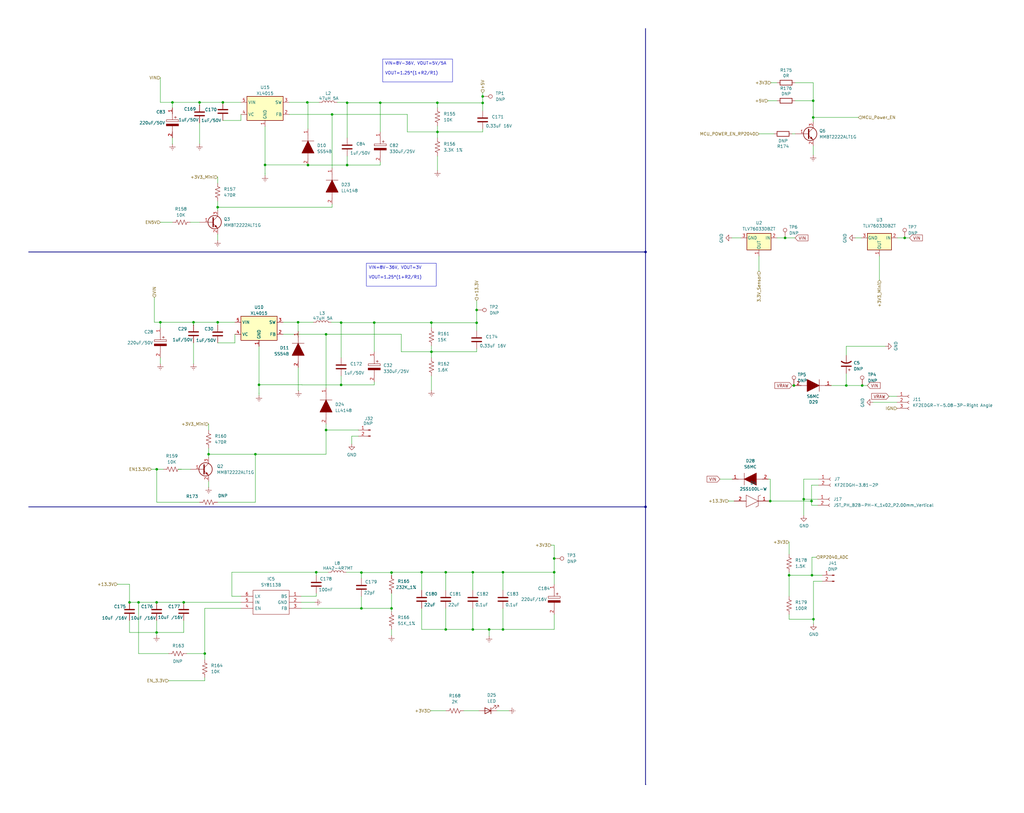
<source format=kicad_sch>
(kicad_sch (version 20231120) (generator "eeschema") (generator_version "7.99")
  (paper "User" 431.8 342.9)
  (junction (at 77.47 254))
  (junction (at 87.9567 191.5238))
  (junction (at 381.4882 100.33))
  (junction (at 109.22 162.2591))
  (junction (at 66.04 266.7))
  (junction (at 81.6019 135.89))
  (junction (at 334.7742 162.56))
  (junction (at 133.35 241.3))
  (junction (at 66.04 254))
  (junction (at 200.9867 136.109))
  (junction (at 212.09 265.43))
  (junction (at 84.1419 43.18))
  (junction (at 160.3467 43.3232))
  (junction (at 181.9367 148.3438))
  (junction (at 129.5952 43.18))
  (junction (at 272.2111 106.2507))
  (junction (at 91.7921 135.89))
  (junction (at 342.9 49.53))
  (junction (at 137.4867 181.3307))
  (junction (at 342.3899 242.57))
  (junction (at 72.7125 43.18))
  (junction (at 184.4767 55.6338))
  (junction (at 212.09 241.3))
  (junction (at 332.74 242.57))
  (junction (at 342.9 42.4864))
  (junction (at 203.5267 40.6677))
  (junction (at 137.4867 140.97))
  (junction (at 338.9171 210.488))
  (junction (at 111.76 69.5491))
  (junction (at 107.7044 191.5238))
  (junction (at 165.1 241.4213))
  (junction (at 356.87 162.56))
  (junction (at 152.4 241.4213))
  (junction (at 342.2074 211.2877))
  (junction (at 129.8667 69.6038))
  (junction (at 324.7848 211.2877))
  (junction (at 206.248 265.43))
  (junction (at 177.8 241.3))
  (junction (at 200.9867 130.7165))
  (junction (at 233.68 241.3))
  (junction (at 343.0251 261.0961))
  (junction (at 143.8367 162.3138))
  (junction (at 187.96 265.43))
  (junction (at 66.0848 197.8738))
  (junction (at 91.7667 87.3838))
  (junction (at 152.4 256.54))
  (junction (at 146.3767 43.3232))
  (junction (at 140.0267 48.26))
  (junction (at 199.39 241.3))
  (junction (at 67.6367 135.89))
  (junction (at 54.61 254))
  (junction (at 363.5706 162.56))
  (junction (at 157.8067 136.0332))
  (junction (at 331.0527 100.33))
  (junction (at 181.8942 136.0332))
  (junction (at 143.8367 136.0332))
  (junction (at 93.98 43.18))
  (junction (at 86.36 275.59))
  (junction (at 58.42 254))
  (junction (at 272.2111 213.7291))
  (junction (at 125.6954 135.89))
  (junction (at 203.5267 43.399))
  (junction (at 165.1 256.54))
  (junction (at 187.96 241.3))
  (junction (at 146.3767 69.6038))
  (junction (at 184.4342 43.3232))
  (junction (at 233.68 235.5096))
  (junction (at 199.39 265.43))
  (wire (pts (xy 81.6019 135.89) (xy 91.7921 135.89)))
  (wire (pts (xy 86.36 275.59) (xy 86.36 278.13)))
  (wire (pts (xy 140.0267 87.3838) (xy 140.0267 86.1138)))
  (wire (pts (xy 91.7667 88.6167) (xy 91.7825 88.6167)))
  (wire (pts (xy 177.8 241.3) (xy 165.1 241.3)))
  (wire (pts (xy 129.8667 54.3638) (xy 129.8667 43.18)))
  (wire (pts (xy 181.61 299.72) (xy 187.96 299.72)))
  (wire (pts (xy 137.4867 178.8238) (xy 137.4867 181.3307)))
  (wire (pts (xy 97.79 251.46) (xy 97.79 241.3)))
  (wire (pts (xy 143.8367 158.5038) (xy 143.8367 162.3138)))
  (wire (pts (xy 335.28 34.8664) (xy 342.9 34.8664)))
  (wire (pts (xy 133.35 241.3) (xy 133.35 242.57)))
  (wire (pts (xy 58.42 254) (xy 66.04 254)))
  (wire (pts (xy 111.76 69.5491) (xy 111.76 73.1676)))
  (wire (pts (xy 169.2367 148.3438) (xy 181.9367 148.3438)))
  (wire (pts (xy 203.5267 40.6677) (xy 203.5267 43.399)))
  (wire (pts (xy 203.5267 43.399) (xy 203.5267 46.7438)))
  (wire (pts (xy 157.8067 162.3138) (xy 143.8367 162.3138)))
  (wire (pts (xy 165.1 241.3) (xy 165.1 241.4213)))
  (wire (pts (xy 81.6019 137.16) (xy 81.6067 137.16)))
  (wire (pts (xy 342.2074 211.2877) (xy 342.2074 213.028)))
  (wire (pts (xy 54.61 266.7) (xy 66.04 266.7)))
  (wire (pts (xy 308.61 100.33) (xy 312.42 100.33)))
  (wire (pts (xy 350.52 162.56) (xy 356.87 162.56)))
  (wire (pts (xy 80.3367 93.6967) (xy 80.3367 93.7338)))
  (wire (pts (xy 360.68 100.33) (xy 363.22 100.33)))
  (wire (pts (xy 109.22 162.2591) (xy 109.22 165.8776)))
  (wire (pts (xy 91.7667 101.3538) (xy 91.7667 98.7767)))
  (wire (pts (xy 334.7742 162.56) (xy 335.28 162.56)))
  (wire (pts (xy 342.3899 234.95) (xy 342.3899 242.57)))
  (wire (pts (xy 137.4867 181.3307) (xy 151.13 181.3307)))
  (wire (pts (xy 111.76 53.34) (xy 111.76 69.5491)))
  (wire (pts (xy 199.39 256.54) (xy 199.39 265.43)))
  (wire (pts (xy 199.39 265.43) (xy 206.248 265.43)))
  (wire (pts (xy 374.8444 167.1302) (xy 378.2432 167.1302)))
  (wire (pts (xy 342.9 34.8664) (xy 342.9 42.4864)))
  (wire (pts (xy 87.9542 191.5238) (xy 87.9542 192.835)))
  (wire (pts (xy 307.2583 211.252) (xy 307.2583 211.2877)))
  (wire (pts (xy 75.2542 197.915) (xy 75.2542 197.8738)))
  (wire (pts (xy 344.8175 213.028) (xy 342.2074 213.028)))
  (wire (pts (xy 195.58 299.72) (xy 201.93 299.72)))
  (wire (pts (xy 66.04 267.97) (xy 66.04 266.7)))
  (wire (pts (xy 143.51 136.0332) (xy 143.8367 136.0332)))
  (wire (pts (xy 143.8367 136.0332) (xy 157.8067 136.0332)))
  (wire (pts (xy 160.3467 55.6338) (xy 160.3467 43.3232)))
  (wire (pts (xy 91.7667 98.7767) (xy 91.7825 98.7767)))
  (wire (pts (xy 206.248 265.43) (xy 206.248 268.224)))
  (wire (pts (xy 84.1419 43.18) (xy 93.98 43.18)))
  (wire (pts (xy 199.39 241.3) (xy 187.96 241.3)))
  (wire (pts (xy 165.1 257.81) (xy 165.1 256.54)))
  (wire (pts (xy 233.68 259.08) (xy 233.68 265.43)))
  (wire (pts (xy 132.0501 135.89) (xy 132.0501 135.8854)))
  (wire (pts (xy 121.92 43.18) (xy 129.5952 43.18)))
  (bus (pts (xy 12.0996 213.7291) (xy 272.2111 213.7291)))
  (wire (pts (xy 87.9567 178.8238) (xy 87.9567 181.3638)))
  (wire (pts (xy 66.04 254) (xy 77.47 254)))
  (wire (pts (xy 157.8067 161.0438) (xy 157.8067 162.3138)))
  (wire (pts (xy 209.55 299.72) (xy 214.63 299.72)))
  (wire (pts (xy 67.6367 138.1838) (xy 67.6367 135.89)))
  (wire (pts (xy 87.9567 191.5238) (xy 107.7044 191.5238)))
  (wire (pts (xy 365.76 162.56) (xy 363.5706 162.56)))
  (wire (pts (xy 140.0267 48.26) (xy 140.0267 70.8738)))
  (wire (pts (xy 67.6367 135.89) (xy 81.6019 135.89)))
  (bus (pts (xy 12.0738 106.2507) (xy 272.2111 106.2507)))
  (wire (pts (xy 137.4867 181.3307) (xy 137.4867 191.5238)))
  (wire (pts (xy 54.61 261.62) (xy 54.61 266.7)))
  (wire (pts (xy 332.74 228.6) (xy 332.74 233.68)))
  (wire (pts (xy 91.7667 74.6838) (xy 91.7667 77.2238)))
  (wire (pts (xy 101.6 251.46) (xy 97.79 251.46)))
  (wire (pts (xy 109.22 146.05) (xy 109.22 162.2591)))
  (wire (pts (xy 101.6 256.54) (xy 86.36 256.54)))
  (wire (pts (xy 133.35 241.3) (xy 138.43 241.3)))
  (wire (pts (xy 67.6367 93.7338) (xy 72.7167 93.7338)))
  (wire (pts (xy 181.9367 148.3438) (xy 181.9367 150.8838)))
  (wire (pts (xy 137.4867 140.97) (xy 169.2367 140.97)))
  (wire (pts (xy 177.8 241.3) (xy 177.8 248.92)))
  (wire (pts (xy 187.96 241.3) (xy 177.8 241.3)))
  (wire (pts (xy 332.74 261.0961) (xy 343.0251 261.0961)))
  (wire (pts (xy 157.8067 148.3438) (xy 157.8067 136.0332)))
  (wire (pts (xy 323.85 42.4864) (xy 327.66 42.4864)))
  (wire (pts (xy 65.0967 125.4838) (xy 65.0967 135.89)))
  (wire (pts (xy 212.09 256.54) (xy 212.09 265.43)))
  (wire (pts (xy 86.36 287.02) (xy 86.36 285.75)))
  (wire (pts (xy 171.7767 55.6338) (xy 184.4767 55.6338)))
  (wire (pts (xy 212.09 241.3) (xy 212.09 248.92)))
  (wire (pts (xy 78.74 275.59) (xy 86.36 275.59)))
  (wire (pts (xy 165.1 250.19) (xy 165.1 256.54)))
  (wire (pts (xy 342.9 49.53) (xy 342.9 51.3764)))
  (wire (pts (xy 129.8667 69.5491) (xy 129.8667 69.6038)))
  (wire (pts (xy 146.05 43.3232) (xy 146.3767 43.3232)))
  (wire (pts (xy 67.6367 150.8838) (xy 67.6367 153.4238)))
  (wire (pts (xy 338.9171 202.0277) (xy 338.9171 210.488)))
  (wire (pts (xy 93.98 50.8) (xy 101.6 50.8)))
  (wire (pts (xy 148.336 183.896) (xy 148.336 187.198)))
  (wire (pts (xy 151.13 183.896) (xy 148.336 183.896)))
  (wire (pts (xy 184.4767 55.6338) (xy 184.4767 58.1738)))
  (wire (pts (xy 200.9867 136.109) (xy 200.9867 139.4538)))
  (wire (pts (xy 184.4342 43.3232) (xy 184.4767 43.3232)))
  (wire (pts (xy 87.9542 205.4938) (xy 87.9567 205.4938)))
  (wire (pts (xy 212.09 241.3) (xy 199.39 241.3)))
  (wire (pts (xy 72.7125 58.1395) (xy 72.7125 60.7138)))
  (wire (pts (xy 342.2074 204.5677) (xy 342.2074 211.2877)))
  (wire (pts (xy 335.28 100.33) (xy 331.0527 100.33)))
  (bus (pts (xy 272.2111 106.2507) (xy 272.2111 213.7291)))
  (wire (pts (xy 184.4767 53.0938) (xy 184.4767 55.6338)))
  (wire (pts (xy 81.6067 137.16) (xy 81.6067 136.9138)))
  (wire (pts (xy 181.9367 148.3438) (xy 200.9867 148.3438)))
  (wire (pts (xy 334.01 162.56) (xy 334.7742 162.56)))
  (wire (pts (xy 87.9567 188.9838) (xy 87.9567 191.5238)))
  (wire (pts (xy 146.3767 65.7938) (xy 146.3767 69.6038)))
  (wire (pts (xy 129.8667 43.18) (xy 129.5952 43.18)))
  (wire (pts (xy 63.8267 197.8738) (xy 66.0848 197.8738)))
  (wire (pts (xy 109.22 162.2591) (xy 127.3267 162.2591)))
  (wire (pts (xy 233.68 229.87) (xy 233.68 235.5096)))
  (wire (pts (xy 344.8175 210.488) (xy 338.9171 210.488)))
  (wire (pts (xy 146.3767 43.3232) (xy 160.3467 43.3232)))
  (wire (pts (xy 54.61 254) (xy 58.42 254)))
  (wire (pts (xy 324.7848 202.0372) (xy 324.7848 211.2877)))
  (wire (pts (xy 65.0967 135.89) (xy 67.6367 135.89)))
  (wire (pts (xy 343.0251 261.0961) (xy 343.0251 263.0985)))
  (wire (pts (xy 342.9 42.4864) (xy 335.28 42.4864)))
  (wire (pts (xy 338.9171 210.488) (xy 338.9171 217.3282)))
  (wire (pts (xy 101.6 50.8) (xy 101.6 48.26)))
  (wire (pts (xy 77.47 254) (xy 101.6 254)))
  (wire (pts (xy 181.9367 138.1838) (xy 181.9367 136.0332)))
  (wire (pts (xy 152.4 241.3) (xy 152.4 241.4213)))
  (wire (pts (xy 325.12 34.8664) (xy 327.66 34.8664)))
  (wire (pts (xy 49.53 246.38) (xy 54.61 246.38)))
  (wire (pts (xy 181.9367 145.8038) (xy 181.9367 148.3438)))
  (wire (pts (xy 111.76 69.5491) (xy 129.8667 69.5491)))
  (wire (pts (xy 160.3467 43.3232) (xy 184.4342 43.3232)))
  (wire (pts (xy 125.73 154.94) (xy 125.73 164.7013)))
  (wire (pts (xy 233.68 246.38) (xy 233.68 241.3)))
  (wire (pts (xy 199.39 241.3) (xy 199.39 248.92)))
  (wire (pts (xy 200.9867 126.7538) (xy 200.9867 130.7165)))
  (wire (pts (xy 200.9867 136.109) (xy 181.8942 136.109)))
  (wire (pts (xy 84.1419 44.45) (xy 84.1419 43.18)))
  (bus (pts (xy 272.2111 213.7291) (xy 272.2111 330.8199)))
  (wire (pts (xy 374.8444 167.1555) (xy 374.8444 167.1302)))
  (wire (pts (xy 233.68 235.5096) (xy 233.68 241.3)))
  (wire (pts (xy 66.04 261.62) (xy 66.04 266.7)))
  (wire (pts (xy 233.68 241.3) (xy 212.09 241.3)))
  (wire (pts (xy 184.4767 55.6338) (xy 203.5267 55.6338)))
  (wire (pts (xy 119.38 140.97) (xy 137.4867 140.97)))
  (wire (pts (xy 203.5267 55.6338) (xy 203.5267 54.3638)))
  (wire (pts (xy 187.96 241.3) (xy 187.96 248.92)))
  (wire (pts (xy 107.7044 211.7633) (xy 107.7044 191.5238)))
  (wire (pts (xy 332.74 242.57) (xy 332.74 251.46)))
  (wire (pts (xy 127.3267 162.3138) (xy 143.8367 162.3138)))
  (wire (pts (xy 91.7667 87.3838) (xy 140.0267 87.3838)))
  (wire (pts (xy 84.1625 93.6967) (xy 80.3367 93.6967)))
  (wire (pts (xy 320.04 114.3) (xy 320.04 107.95)))
  (wire (pts (xy 307.2583 211.2877) (xy 309.5448 211.2877)))
  (wire (pts (xy 346.71 242.57) (xy 342.3899 242.57)))
  (wire (pts (xy 152.4 251.46) (xy 152.4 256.54)))
  (wire (pts (xy 75.2542 197.8738) (xy 76.5267 197.8738)))
  (wire (pts (xy 84.1467 44.45) (xy 84.1467 44.2038)))
  (wire (pts (xy 91.7921 144.6065) (xy 99.06 144.6065)))
  (wire (pts (xy 86.36 256.54) (xy 86.36 275.59)))
  (wire (pts (xy 370.84 118.11) (xy 370.84 107.95)))
  (wire (pts (xy 160.3467 68.3338) (xy 160.3467 69.6038)))
  (wire (pts (xy 67.6367 32.7738) (xy 67.6367 43.18)))
  (wire (pts (xy 125.6954 135.89) (xy 132.0501 135.89)))
  (wire (pts (xy 81.6067 144.5338) (xy 81.6067 153.4238)))
  (wire (pts (xy 91.7921 135.89) (xy 99.06 135.89)))
  (wire (pts (xy 151.13 181.3307) (xy 151.13 181.356)))
  (wire (pts (xy 184.4342 43.399) (xy 184.4342 43.3232)))
  (wire (pts (xy 346.71 245.11) (xy 343.0251 245.11)))
  (wire (pts (xy 345.1775 202.0277) (xy 338.9171 202.0277)))
  (wire (pts (xy 146.05 43.1754) (xy 146.05 43.3232)))
  (wire (pts (xy 66.0848 197.8738) (xy 68.9067 197.8738)))
  (wire (pts (xy 87.9542 202.995) (xy 87.9542 205.4938)))
  (wire (pts (xy 233.68 265.43) (xy 212.09 265.43)))
  (wire (pts (xy 71.12 287.02) (xy 86.36 287.02)))
  (wire (pts (xy 125.6954 139.7) (xy 125.73 139.7)))
  (wire (pts (xy 165.1 256.54) (xy 152.4 256.54)))
  (wire (pts (xy 160.3467 69.6038) (xy 146.3767 69.6038)))
  (wire (pts (xy 91.7921 135.89) (xy 91.7921 136.9865)))
  (wire (pts (xy 308.7739 202.0277) (xy 303.5765 202.0277)))
  (wire (pts (xy 109.2247 165.8776) (xy 109.2247 166.707)))
  (wire (pts (xy 187.96 265.43) (xy 199.39 265.43)))
  (wire (pts (xy 72.7125 45.4395) (xy 72.7125 43.18)))
  (wire (pts (xy 143.51 135.8854) (xy 139.6701 135.8854)))
  (wire (pts (xy 133.35 250.19) (xy 133.35 251.46)))
  (wire (pts (xy 343.0251 245.11) (xy 343.0251 261.0961)))
  (wire (pts (xy 66.0848 211.7633) (xy 66.0848 197.8738)))
  (wire (pts (xy 342.2074 204.5677) (xy 345.1775 204.5677)))
  (wire (pts (xy 332.74 259.08) (xy 332.74 261.0961)))
  (wire (pts (xy 203.5267 39.1238) (xy 203.5267 40.6677)))
  (wire (pts (xy 66.04 266.7) (xy 77.47 266.7)))
  (wire (pts (xy 87.9542 191.5238) (xy 87.9567 191.5238)))
  (wire (pts (xy 181.8942 136.109) (xy 181.8942 136.0332)))
  (wire (pts (xy 58.42 275.59) (xy 58.42 254)))
  (wire (pts (xy 129.5952 43.18) (xy 129.5952 43.1754)))
  (wire (pts (xy 54.61 246.38) (xy 54.61 254)))
  (wire (pts (xy 232.41 229.87) (xy 233.68 229.87)))
  (wire (pts (xy 165.1 242.57) (xy 165.1 241.4213)))
  (wire (pts (xy 125.73 164.7013) (xy 125.8771 164.7013)))
  (wire (pts (xy 146.05 43.1754) (xy 142.2101 43.1754)))
  (wire (pts (xy 84.1515 211.7633) (xy 66.0848 211.7633)))
  (wire (pts (xy 140.0267 48.26) (xy 171.7767 48.26)))
  (bus (pts (xy 272.2111 330.8199) (xy 272.3431 330.8199)))
  (wire (pts (xy 121.92 48.26) (xy 140.0267 48.26)))
  (wire (pts (xy 332.74 241.3) (xy 332.74 242.57)))
  (wire (pts (xy 165.1 241.4213) (xy 152.4 241.4213)))
  (wire (pts (xy 334.01 56.4564) (xy 335.28 56.4564)))
  (wire (pts (xy 383.54 100.33) (xy 381.4882 100.33)))
  (wire (pts (xy 184.4767 45.4738) (xy 184.4767 43.3232)))
  (wire (pts (xy 111.7647 73.1676) (xy 111.7647 73.997)))
  (wire (pts (xy 152.4 256.54) (xy 127 256.54)))
  (wire (pts (xy 129.5952 43.1754) (xy 134.5901 43.1754)))
  (wire (pts (xy 157.8067 136.0332) (xy 181.8942 136.0332)))
  (wire (pts (xy 356.87 146.05) (xy 356.87 149.86)))
  (wire (pts (xy 77.47 261.62) (xy 77.47 266.7)))
  (wire (pts (xy 137.4867 140.97) (xy 137.4867 163.5838)))
  (wire (pts (xy 206.248 265.43) (xy 212.09 265.43)))
  (wire (pts (xy 72.7125 60.7138) (xy 72.7167 60.7138)))
  (wire (pts (xy 308.7739 202.0372) (xy 308.7739 202.0277)))
  (wire (pts (xy 72.7125 43.18) (xy 84.1419 43.18)))
  (wire (pts (xy 177.8 256.54) (xy 177.8 265.43)))
  (wire (pts (xy 143.8367 136.0332) (xy 143.8367 150.8838)))
  (wire (pts (xy 200.9867 148.3438) (xy 200.9867 147.0738)))
  (wire (pts (xy 368.128 169.6702) (xy 378.2432 169.6702)))
  (wire (pts (xy 344.17 234.95) (xy 342.3899 234.95)))
  (wire (pts (xy 99.06 144.6065) (xy 99.06 140.97)))
  (wire (pts (xy 146.3767 43.3232) (xy 146.3767 58.1738)))
  (wire (pts (xy 342.3899 242.57) (xy 332.74 242.57)))
  (wire (pts (xy 177.8 265.43) (xy 187.96 265.43)))
  (wire (pts (xy 129.8667 69.6038) (xy 146.3767 69.6038)))
  (wire (pts (xy 127.3267 162.2591) (xy 127.3267 162.3138)))
  (wire (pts (xy 381.4882 100.33) (xy 378.46 100.33)))
  (wire (pts (xy 109.22 165.8776) (xy 109.2247 165.8776)))
  (wire (pts (xy 331.0527 100.33) (xy 327.66 100.33)))
  (wire (pts (xy 184.4767 65.7938) (xy 184.4767 71.8898)))
  (wire (pts (xy 84.1419 44.45) (xy 84.1467 44.45)))
  (wire (pts (xy 67.6367 43.18) (xy 72.7125 43.18)))
  (wire (pts (xy 342.9 49.53) (xy 361.95 49.53)))
  (wire (pts (xy 320.04 56.4564) (xy 326.39 56.4564)))
  (wire (pts (xy 187.96 256.54) (xy 187.96 265.43)))
  (wire (pts (xy 71.12 275.59) (xy 58.42 275.59)))
  (wire (pts (xy 91.7667 87.3838) (xy 91.7667 88.6167)))
  (wire (pts (xy 200.9867 130.7165) (xy 200.9867 136.109)))
  (wire (pts (xy 169.2367 140.97) (xy 169.2367 148.3438)))
  (wire (pts (xy 203.5267 43.399) (xy 184.4342 43.399)))
  (wire (pts (xy 75.2542 197.915) (xy 80.3342 197.915)))
  (wire (pts (xy 91.7667 84.8438) (xy 91.7667 87.3838)))
  (wire (pts (xy 181.9367 158.5038) (xy 181.9367 164.5998)))
  (wire (pts (xy 81.6019 137.16) (xy 81.6019 135.89)))
  (wire (pts (xy 324.7848 211.2877) (xy 342.2074 211.2877)))
  (wire (pts (xy 342.9 42.4864) (xy 342.9 49.53)))
  (wire (pts (xy 171.7767 48.26) (xy 171.7767 55.6338)))
  (wire (pts (xy 133.35 251.46) (xy 127 251.46)))
  (wire (pts (xy 342.9 61.5364) (xy 342.9 65.3464)))
  (wire (pts (xy 146.05 241.3) (xy 152.4 241.3)))
  (wire (pts (xy 84.1467 51.8238) (xy 84.1467 60.7138)))
  (wire (pts (xy 356.87 162.56) (xy 363.5706 162.56)))
  (wire (pts (xy 107.7044 191.5238) (xy 137.4867 191.5238)))
  (wire (pts (xy 373.38 146.05) (xy 356.87 146.05)))
  (wire (pts (xy 165.1 265.43) (xy 165.1 267.97)))
  (wire (pts (xy 119.38 135.89) (xy 125.6954 135.89)))
  (wire (pts (xy 127 254) (xy 132.8116 254)))
  (wire (pts (xy 356.87 157.48) (xy 356.87 162.56)))
  (wire (pts (xy 181.8942 136.0332) (xy 181.9367 136.0332)))
  (wire (pts (xy 143.51 135.8854) (xy 143.51 136.0332)))
  (wire (pts (xy 93.98 43.18) (xy 101.6 43.18)))
  (wire (pts (xy 324.0139 202.0372) (xy 324.7848 202.0372)))
  (bus (pts (xy 272.2111 12.0238) (xy 272.2111 106.2507)))
  (wire (pts (xy 152.4 241.4213) (xy 152.4 243.84)))
  (wire (pts (xy 111.76 73.1676) (xy 111.7647 73.1676)))
  (wire (pts (xy 97.79 241.3) (xy 133.35 241.3)))
  (wire (pts (xy 91.7715 211.7633) (xy 107.7044 211.7633)))
  (wire (pts (xy 125.6954 135.89) (xy 125.6954 139.7)))
  (text_box "VIN=8V-36V, VOUT=3V\n\nVOUT=1.25*(1+R2/R1)" (at 154.5047 111.0058 0) (size 29.464 9.652) (effects (font (size 1.27 1.27)) (justify left top)))
  (text_box "VIN=8V-36V, VOUT=5V/5A\n\nVOUT=1.25*(1+R2/R1)" (at 161.3627 24.8998 0) (size 29.464 9.652) (effects (font (size 1.27 1.27)) (justify left top)))
  (global_label "VIN" (shape input) (at 335.28 100.33 0) (property "Intersheetrefs" "${INTERSHEET_REFS}" (effects (hide yes))))
  (global_label "VRAW" (shape input) (at 374.8444 167.1555 180) (property "Intersheetrefs" "${INTERSHEET_REFS}" (effects (hide yes))))
  (global_label "VIN" (shape input) (at 303.5765 202.0277 180) (property "Intersheetrefs" "${INTERSHEET_REFS}" (effects (hide yes))))
  (global_label "VRAW" (shape input) (at 334.01 162.56 180) (property "Intersheetrefs" "${INTERSHEET_REFS}" (effects (hide yes))))
  (global_label "VIN" (shape input) (at 365.76 162.56 0) (property "Intersheetrefs" "${INTERSHEET_REFS}" (effects (hide yes))))
  (global_label "VIN" (shape input) (at 383.54 100.33 0) (property "Intersheetrefs" "${INTERSHEET_REFS}" (effects (hide yes))))
  (hierarchical_label "EN5V" (shape input) (at 67.6367 93.7338 180))
  (hierarchical_label "+3V3" (shape input) (at 325.12 34.8664 180))
  (hierarchical_label "RP2040_ADC" (shape input) (at 344.17 234.95 0))
  (hierarchical_label "+13.3V" (shape input) (at 49.53 246.38 180))
  (hierarchical_label "+5V" (shape input) (at 203.5267 39.1238 90))
  (hierarchical_label "+3V3_Mini" (shape input) (at 370.84 118.11 270))
  (hierarchical_label "VIN" (shape input) (at 65.0967 125.4838 90))
  (hierarchical_label "EN_3.3V" (shape input) (at 71.12 287.02 180))
  (hierarchical_label "EN13.3V" (shape input) (at 63.8267 197.8738 180))
  (hierarchical_label "MCU_Power_EN" (shape input) (at 361.95 49.53 0))
  (hierarchical_label "+3V3_Mini" (shape input) (at 91.7667 74.6838 180))
  (hierarchical_label "+3V3_Mini" (shape input) (at 87.9567 178.8238 180))
  (hierarchical_label "+3V3" (shape input) (at 332.74 228.6 180))
  (hierarchical_label "+13.3V" (shape input) (at 200.9867 126.7538 90))
  (hierarchical_label "VIN" (shape input) (at 67.6367 32.7738 180))
  (hierarchical_label "+3V3" (shape input) (at 181.61 299.72 180))
  (hierarchical_label "+3V3" (shape input) (at 232.41 229.87 180))
  (hierarchical_label "+5V" (shape input) (at 323.85 42.4864 180))
  (hierarchical_label "+13.3V" (shape input) (at 307.2583 211.252 180))
  (hierarchical_label "3.3V_Sensor" (shape input) (at 320.04 114.3 270))
  (hierarchical_label "IGN" (shape input) (at 378.2432 172.2102 180))
  (hierarchical_label "MCU_POWER_EN_RP2040" (shape input) (at 320.04 56.4564 180))
  (symbol (lib_id "Device:R_US") (at 181.9367 154.6938 0) (unit 1)
    (property "Reference" "R162" (at 184.4767 153.4237 0) (effects (justify left)))
    (property "Value" "1.6K" (at 184.4767 155.9637 0) (effects (justify left)))
    (property "Footprint" "Resistor_SMD:R_0603_1608Metric" (effects (hide yes)))
    (property "Description" "Resistor, US symbol" (effects (hide yes)))
  )
  (symbol (lib_id "power:GND") (at 308.61 100.33 270) (unit 1)
    (property "Reference" "#PWR0125" (effects (hide yes)))
    (property "Value" "GND" (at 304.2158 100.457 0))
  )
  (symbol (lib_id "Device:L") (at 135.8601 135.8854 90) (unit 1)
    (property "Reference" "L3" (at 135.8601 132.0754 90))
    (property "Value" "47uH 5A" (at 136.0742 134.1794 90))
    (property "Footprint" "CYA1050-47UH:L_Bourns_SRR1208_12.7x12.7mm" (effects (hide yes)))
  )
  (symbol (lib_id "SS54B:SS54B") (at 129.8667 54.3638 270) (unit 1)
    (property "Reference" "D10" (at 133.6767 61.3488 90) (effects (justify left)))
    (property "Value" "SS54B" (at 133.6767 63.8888 90) (effects (justify left)))
    (property "Datasheet" "https://datasheet.datasheetarchive.com/originals/distributors/Datasheets-3/DSA-43270.pdf" (effects (hide yes)))
    (property "Description" "HY Electronic Corp SS54B, SMT Rectifier Schottky Diode, 40V 5A, 2-Pin SMB" (effects (hide yes)))
    (property "Height" "2.44" (effects (hide yes)))
    (property "Manufacturer_Name" "HY Electronic" (effects (hide yes)))
    (property "Manufacturer_Part_Number" "SS54B" (effects (hide yes)))
  )
  (symbol (lib_id "Device:R_US") (at 181.9367 141.9938 0) (unit 1)
    (property "Reference" "R161" (at 184.4767 140.7237 0) (effects (justify left)))
    (property "Value" "15K" (at 184.4767 143.2637 0) (effects (justify left)))
    (property "Footprint" "Resistor_SMD:R_0603_1608Metric" (effects (hide yes)))
    (property "Description" "Resistor, US symbol" (effects (hide yes)))
  )
  (symbol (lib_id "Device:R_US") (at 72.7167 197.8738 90) (unit 1)
    (property "Reference" "R159" (at 72.4627 192.2858 90))
    (property "Value" "10K" (at 72.4627 194.8258 90))
    (property "Footprint" "Resistor_SMD:R_0603_1608Metric" (effects (hide yes)))
    (property "Description" "Resistor, US symbol" (effects (hide yes)))
  )
  (symbol (lib_id "Connector:TestPoint") (at 331.0527 100.33 0) (unit 1)
    (property "Reference" "TP6" (at 332.74 95.7579 0) (effects (justify left)))
    (property "Value" "DNP" (at 332.74 98.2979 0) (effects (justify left)))
    (property "Footprint" "Connector_Pin:Pin_D1.0mm_L10.0mm" (effects (hide yes)))
    (property "Description" "test point" (effects (hide yes)))
  )
  (symbol (lib_id "Device:C") (at 187.96 252.73 180) (unit 1)
    (property "Reference" "C181" (at 189.484 250.444 0) (effects (justify right)))
    (property "Value" "22uF" (at 188.976 255.016 0) (effects (justify right)))
    (property "Footprint" "Capacitor_SMD:C_0603_1608Metric" (effects (hide yes)))
  )
  (symbol (lib_id "power:GND") (at 360.68 100.33 270) (unit 1)
    (property "Reference" "#PWR0124" (effects (hide yes)))
    (property "Value" "GND" (at 356.2858 100.457 0))
  )
  (symbol (lib_id "power:GND") (at 343.0251 263.0985 0) (unit 1)
    (property "Reference" "#PWR0237" (effects (hide yes)))
    (property "Value" "GND" (at 343.1521 267.4927 0))
  )
  (symbol (lib_id "Device:C") (at 177.8 252.73 180) (unit 1)
    (property "Reference" "C180" (at 179.324 250.444 0) (effects (justify right)))
    (property "Value" "22uF" (at 178.816 255.016 0) (effects (justify right)))
    (property "Footprint" "Capacitor_SMD:C_0603_1608Metric" (effects (hide yes)))
  )
  (symbol (lib_id "Device:R_US") (at 191.77 299.72 90) (unit 1)
    (property "Reference" "R168" (at 191.77 293.37 90))
    (property "Value" "2K" (at 191.77 295.91 90))
    (property "Footprint" "Resistor_SMD:R_0603_1608Metric" (effects (hide yes)))
    (property "Description" "Resistor, US symbol" (effects (hide yes)))
  )
  (symbol (lib_id "Device:C") (at 152.4 247.65 180) (unit 1)
    (property "Reference" "C179" (at 153.924 245.364 0) (effects (justify right)))
    (property "Value" "22pF" (at 153.416 249.936 0) (effects (justify right)))
    (property "Footprint" "Capacitor_SMD:C_0603_1608Metric" (effects (hide yes)))
  )
  (symbol (lib_id "Device:C") (at 133.35 246.38 180) (unit 1)
    (property "Reference" "C178" (at 134.874 244.094 0) (effects (justify right)))
    (property "Value" "100nF" (at 134.366 248.666 0) (effects (justify right)))
    (property "Footprint" "Capacitor_SMD:C_0603_1608Metric" (effects (hide yes)))
  )
  (symbol (lib_id "Device:C") (at 54.61 257.81 180) (unit 1)
    (property "Reference" "C175" (at 48.006 255.778 0) (effects (justify right)))
    (property "Value" "10uF /16V" (at 42.926 260.604 0) (effects (justify right)))
    (property "Footprint" "Capacitor_SMD:C_0603_1608Metric" (effects (hide yes)))
  )
  (symbol (lib_id "power:Earth") (at 87.9567 205.4938 0) (unit 1)
    (property "Reference" "#PWR0193" (effects (hide yes)))
    (property "Value" "Earth" (effects (hide yes)))
    (property "Description" "Power symbol creates a global label with name \"Earth\"" (effects (hide yes)))
  )
  (symbol (lib_name "GND_1") (lib_id "power:GND") (at 148.336 187.198 0) (unit 1)
    (property "Reference" "#PWR0163" (effects (hide yes)))
    (property "Value" "GND" (at 148.336 191.77 0))
    (property "Description" "Power symbol creates a global label with name \"GND\" , ground" (effects (hide yes)))
  )
  (symbol (lib_id "Device:R") (at 331.47 42.4864 270) (unit 1)
    (property "Reference" "R176" (at 331.47 37.2286 90))
    (property "Value" "DNP" (at 331.47 39.54 90))
    (property "Footprint" "Resistor_SMD:R_0603_1608Metric" (effects (hide yes)))
    (instances (project "RP2040_minimal" (path "" (reference "R176") (unit 1))) (project "RP2040" (path "" (reference "R50") (unit 1))))
  )
  (symbol (lib_id "power:Earth") (at 81.6067 153.4238 0) (unit 1)
    (property "Reference" "#PWR0192" (effects (hide yes)))
    (property "Value" "Earth" (effects (hide yes)))
    (property "Description" "Power symbol creates a global label with name \"Earth\"" (effects (hide yes)))
  )
  (symbol (lib_id "Device:L") (at 142.24 241.3 90) (unit 1)
    (property "Reference" "L8" (at 142.24 237.49 90))
    (property "Value" "HA42-4R7MT" (at 142.4541 239.594 90))
    (property "Footprint" "Pro V3:Inductor_0402_4.7uH" (effects (hide yes)))
  )
  (symbol (lib_id "power:GND") (at 368.128 169.6702 270) (unit 1)
    (property "Reference" "#PWR0207" (effects (hide yes)))
    (property "Value" "GND" (at 363.7338 169.7972 0))
  )
  (symbol (lib_id "UWT1E331MNL1GS:UWT1E331MNL1GS") (at 160.3467 55.6338 270) (unit 1)
    (property "Reference" "C82" (at 164.1567 61.3488 90) (effects (justify left)))
    (property "Value" "330uF/25V" (at 164.1567 63.8888 90) (effects (justify left)))
    (property "Footprint" "Capacitor_SMD:C_Elec_8x10.2" (effects (hide yes)))
    (property "Datasheet" "https://datasheet.lcsc.com/lcsc/2211031700_KNSCHA-RVT330UF25V167RV0055_C5246574.pdf" (effects (hide yes)))
    (property "Description" "Nichicon Aluminium Electrolytic Capacitor 330uF 25V dc 8mm WT Series, Surface Mount Electrolytic, +/-20% 8 (Dia.) x 10mm" (effects (hide yes)))
    (property "Height" "10.5" (effects (hide yes)))
    (property "Manufacturer_Name" "Nichicon" (effects (hide yes)))
    (property "Manufacturer_Part_Number" "RVT330UF25V167RV0055 " (effects (hide yes)))
  )
  (symbol (lib_id "Device:R_US") (at 76.5267 93.7338 90) (unit 1)
    (property "Reference" "R158" (at 76.2727 88.1458 90))
    (property "Value" "10K" (at 76.2727 90.6858 90))
    (property "Footprint" "Resistor_SMD:R_0603_1608Metric" (effects (hide yes)))
    (property "Description" "Resistor, US symbol" (effects (hide yes)))
  )
  (symbol (lib_name "LM1117-3.3_1") (lib_id "Regulator_Linear:LM1117-3.3") (at 370.84 100.33 0) (unit 1)
    (property "Reference" "U3" (at 370.84 92.71 0))
    (property "Value" "TLV76033DBZT" (at 370.84 95.25 0))
    (property "Footprint" "Package_TO_SOT_SMD:SOT-23" (effects (hide yes)))
    (property "Datasheet" "http://www.ti.com/lit/ds/symlink/lm1117.pdf" (effects (hide yes)))
  )
  (symbol (lib_id "SS54B:SS54B") (at 350.52 162.56 180) (unit 1)
    (property "Reference" "D29" (at 343.048 169.5369 0))
    (property "Value" "S6MC" (at 342.8376 167.1526 0))
    (property "Footprint" "Diode_SMD:S6MC" (effects (hide yes)))
    (property "Datasheet" "https://www.lcsc.com/product-detail/Diodes-General-Purpose_Shandong-Jingdao-Microelectronics-S6MC_C382843.html" (effects (hide yes)))
    (property "Manufacturer_Part_Number" "SS54B" (effects (hide yes)))
    (property "Mouser Part Number" "S6MC" (effects (hide yes)))
  )
  (symbol (lib_id "Device:R_US") (at 91.7667 81.0338 0) (unit 1)
    (property "Reference" "R157" (at 94.3067 79.7637 0) (effects (justify left)))
    (property "Value" "470R" (at 94.3067 82.3037 0) (effects (justify left)))
    (property "Footprint" "Resistor_SMD:R_0603_1608Metric" (effects (hide yes)))
    (property "Description" "Resistor, US symbol" (effects (hide yes)))
  )
  (symbol (lib_id "Device:R") (at 331.47 34.8664 270) (unit 1)
    (property "Reference" "R175" (at 331.47 29.6086 90))
    (property "Value" "0R" (at 331.47 31.92 90))
    (property "Footprint" "Resistor_SMD:R_0603_1608Metric" (effects (hide yes)))
    (instances (project "RP2040_minimal" (path "" (reference "R175") (unit 1))) (project "RP2040" (path "" (reference "R50") (unit 1))))
  )
  (symbol (lib_id "Connector:Conn_01x02_Pin") (at 156.21 181.356 0) (mirror y) (unit 1)
    (property "Reference" "J32" (at 155.575 176.53 0))
    (property "Value" "DNP " (at 155.702 178.562 0))
    (property "Footprint" "Connector_PinHeader_2.54mm:PinHeader_1x02_P2.54mm_Vertical" (effects (hide yes)))
    (property "Description" "Generic connector, single row, 01x02, script generated" (effects (hide yes)))
  )
  (symbol (lib_id "Device:C") (at 81.6067 140.7238 180) (unit 1)
    (property "Reference" "C29" (at 75.0027 138.6918 0) (effects (justify right)))
    (property "Value" "1uF/50V" (at 72.7167 143.2638 0) (effects (justify right)))
    (property "Footprint" "Capacitor_SMD:C_0603_1608Metric" (effects (hide yes)))
  )
  (symbol (lib_id "power:Earth") (at 72.7167 60.7138 0) (unit 1)
    (property "Reference" "#PWR0143" (effects (hide yes)))
    (property "Value" "Earth" (effects (hide yes)))
    (property "Description" "Power symbol creates a global label with name \"Earth\"" (effects (hide yes)))
  )
  (symbol (lib_id "UWT1H221MNL1GS:UWT1H221MNL1GS") (at 233.68 246.38 270) (unit 1)
    (property "Reference" "C184" (at 226.822 248.158 90) (effects (justify left)))
    (property "Value" "220uF/16V" (at 219.71 252.73 90) (effects (justify left)))
    (property "Footprint" "Capacitor_SMD:CP_Elec_6.3x7.7" (effects (hide yes)))
    (property "Datasheet" "https://datasheet.lcsc.com/lcsc/2108241130_KNSCHA-RVT220UF16V67RV0015_C2887273.pdf" (effects (hide yes)))
    (property "Description" "Capacitor lytic SMD WT Series 50V 220uF" (effects (hide yes)))
    (property "Height" "7.7" (effects (hide yes)))
    (property "Manufacturer_Part_Number" "RVT220UF16V67RV0015" (effects (hide yes)))
  )
  (symbol (lib_id "power:Earth") (at 109.2247 166.707 0) (mirror y) (unit 1)
    (property "Reference" "#PWR0194" (effects (hide yes)))
    (property "Value" "Earth" (effects (hide yes)))
    (property "Description" "Power symbol creates a global label with name \"Earth\"" (effects (hide yes)))
  )
  (symbol (lib_id "Connector:TestPoint") (at 363.5706 162.56 0) (unit 1)
    (property "Reference" "TP4" (at 365.9034 157.9879 0) (effects (justify left)))
    (property "Value" "DNP" (at 365.9034 160.5279 0) (effects (justify left)))
    (property "Footprint" "Connector_Pin:Pin_D1.0mm_L10.0mm" (effects (hide yes)))
    (property "Description" "test point" (effects (hide yes)))
  )
  (symbol (lib_id "Device:R_US") (at 86.36 281.94 0) (unit 1)
    (property "Reference" "R164" (at 88.9 280.6699 0) (effects (justify left)))
    (property "Value" "10K" (at 88.9 283.2099 0) (effects (justify left)))
    (property "Footprint" "Resistor_SMD:R_0603_1608Metric" (effects (hide yes)))
    (property "Description" "Resistor, US symbol" (effects (hide yes)))
  )
  (symbol (lib_id "SS54B:SS54B") (at 140.0267 70.8738 270) (unit 1)
    (property "Reference" "D23" (at 143.8367 77.8588 90) (effects (justify left)))
    (property "Value" "LL4148" (at 143.8367 80.3988 90) (effects (justify left)))
    (property "Footprint" "Pro V3:LL4148" (effects (hide yes)))
    (property "Datasheet" "https://www.onsemi.com/pdf/datasheet/ll4148-d.pdf" (effects (hide yes)))
  )
  (symbol (lib_id "Device:R_US") (at 74.93 275.59 90) (unit 1)
    (property "Reference" "R163" (at 75.184 272.288 90))
    (property "Value" "DNP" (at 74.93 278.892 90))
    (property "Footprint" "Resistor_SMD:R_0603_1608Metric" (effects (hide yes)))
    (property "Description" "Resistor, US symbol" (effects (hide yes)))
  )
  (symbol (lib_id "Device:C") (at 200.9867 143.2638 180) (unit 1)
    (property "Reference" "C174" (at 204.7967 141.9937 0) (effects (justify right)))
    (property "Value" "0.33uF 16V" (at 202.2567 145.8038 0) (effects (justify right)))
    (property "Footprint" "Capacitor_SMD:C_0603_1608Metric" (effects (hide yes)))
  )
  (symbol (lib_id "power:Earth") (at 125.8771 164.7013 0) (mirror y) (unit 1)
    (property "Reference" "#PWR0227" (effects (hide yes)))
    (property "Value" "Earth" (effects (hide yes)))
    (property "Description" "Power symbol creates a global label with name \"Earth\"" (effects (hide yes)))
  )
  (symbol (lib_id "Connector:TestPoint") (at 200.9867 130.7165 270) (unit 1)
    (property "Reference" "TP2" (at 206.4241 129.4464 90) (effects (justify left)))
    (property "Value" "DNP" (at 206.4241 131.9864 90) (effects (justify left)))
    (property "Footprint" "Connector_Pin:Pin_D1.0mm_L10.0mm" (effects (hide yes)))
    (property "Description" "test point" (effects (hide yes)))
  )
  (symbol (lib_id "power:Earth") (at 111.7647 73.997 0) (unit 1)
    (property "Reference" "#PWR040" (effects (hide yes)))
    (property "Value" "Earth" (effects (hide yes)))
    (property "Description" "Power symbol creates a global label with name \"Earth\"" (effects (hide yes)))
  )
  (symbol (lib_id "UWT1H221MNL1GS:UWT1H221MNL1GS") (at 72.7125 45.4395 270) (unit 1)
    (property "Reference" "C83" (at 65.8545 47.2175 90) (effects (justify left)))
    (property "Value" "220uF/50V" (at 58.7425 51.7895 90) (effects (justify left)))
    (property "Footprint" "Capacitor_SMD:C_Elec_10x10.2" (effects (hide yes)))
    (property "Datasheet" "https://datasheet.lcsc.com/lcsc/2108241130_KNSCHA-RVT220UF50V67RV0021_C2887271.pdf" (effects (hide yes)))
    (property "Description" " 220uF 50V 230mA@120Hz ±20% SMD,D10xL10.2mm Aluminum Electrolytic Capacitors - SMD ROHS" (effects (hide yes)))
    (property "Height" "10.5" (effects (hide yes)))
    (property "Manufacturer_Part_Number" "RVT220UF50V67RV0021" (effects (hide yes)))
  )
  (symbol (lib_id "Device:C") (at 91.7921 140.7965 180) (unit 1)
    (property "Reference" "C30" (at 86.1787 138.6918 0) (effects (justify right)))
    (property "Value" "1uF/50V" (at 82.6227 143.5178 0) (effects (justify right)))
    (property "Footprint" "Capacitor_SMD:C_0603_1608Metric" (effects (hide yes)))
  )
  (symbol (lib_id "Connector:Conn_01x03_Socket") (at 383.3232 169.6702 0) (unit 1)
    (property "Reference" "J11" (at 384.81 168.4001 0) (effects (justify left)))
    (property "Value" "KF2EDGR-Y-5.08-3P-Right Angle" (at 384.81 170.9401 0) (effects (justify left)))
    (property "Footprint" "KF2EDGH:KF2EDGR-Y-5.08-3P-Right Angle" (effects (hide yes)))
    (property "Description" "Generic connector, single row, 01x03, script generated" (effects (hide yes)))
  )
  (symbol (lib_id "SS54B:SS54B") (at 137.4867 163.5838 270) (unit 1)
    (property "Reference" "D24" (at 141.2967 170.5688 90) (effects (justify left)))
    (property "Value" "LL4148" (at 141.2967 173.1088 90) (effects (justify left)))
    (property "Footprint" "Pro V3:LL4148" (effects (hide yes)))
    (property "Datasheet" "https://www.onsemi.com/pdf/datasheet/ll4148-d.pdf" (effects (hide yes)))
  )
  (symbol (lib_id "power:Earth") (at 206.248 268.224 0) (unit 1)
    (property "Reference" "#PWR0200" (effects (hide yes)))
    (property "Value" "Earth" (effects (hide yes)))
    (property "Description" "Power symbol creates a global label with name \"Earth\"" (effects (hide yes)))
  )
  (symbol (lib_id "Device:R") (at 330.2 56.4564 90) (unit 1)
    (property "Reference" "R174" (at 330.2 61.7142 90))
    (property "Value" "DNP" (at 330.2 59.4028 90))
    (property "Footprint" "Resistor_SMD:R_0603_1608Metric" (effects (hide yes)))
    (instances (project "RP2040_minimal" (path "" (reference "R174") (unit 1))) (project "RP2040" (path "" (reference "R50") (unit 1))))
  )
  (symbol (lib_id "Device:L") (at 138.4001 43.1754 90) (unit 1)
    (property "Reference" "L2" (at 138.4001 39.3654 90))
    (property "Value" "47uH 5A" (at 138.6142 41.4694 90))
    (property "Footprint" "CYA1050-47UH:L_Bourns_SRR1208_12.7x12.7mm" (effects (hide yes)))
  )
  (symbol (lib_name "SY8113B_1") (lib_id "SY8113B:SY8113B") (at 127 251.46 0) (mirror y) (unit 1)
    (property "Reference" "IC5" (at 114.3 244.094 0))
    (property "Value" "SY8113B" (at 114.3 246.634 0))
    (property "Datasheet" "https://www.olimex.com/Products/Breadboarding/BB-PWR-8113/resources/SY8113.pdf" (effects (hide yes)))
    (property "Description" "High Efficiency, 500kHz, 3A, 16V Input Synchronous Step Down Regulator" (effects (hide yes)))
    (property "Height" "1" (effects (hide yes)))
    (property "Manufacturer_Name" "Silergy" (effects (hide yes)))
    (property "Manufacturer_Part_Number" "SY8113B" (effects (hide yes)))
  )
  (symbol (lib_id "Device:C") (at 146.3767 61.9838 180) (unit 1)
    (property "Reference" "C84" (at 150.1867 60.7137 0) (effects (justify right)))
    (property "Value" "1uF/50V" (at 147.6467 64.5238 0) (effects (justify right)))
    (property "Footprint" "Capacitor_SMD:C_0603_1608Metric" (effects (hide yes)))
  )
  (symbol (lib_id "power:GND") (at 338.9171 217.3282 0) (unit 1)
    (property "Reference" "#PWR071" (effects (hide yes)))
    (property "Value" "GND" (at 339.0441 221.7224 0))
  )
  (symbol (lib_id "power:Earth") (at 67.6367 153.4238 0) (unit 1)
    (property "Reference" "#PWR06" (effects (hide yes)))
    (property "Value" "Earth" (effects (hide yes)))
    (property "Description" "Power symbol creates a global label with name \"Earth\"" (effects (hide yes)))
  )
  (symbol (lib_id "Device:C") (at 212.09 252.73 180) (unit 1)
    (property "Reference" "C183" (at 213.614 250.444 0) (effects (justify right)))
    (property "Value" "0.1uF" (at 213.106 255.016 0) (effects (justify right)))
    (property "Footprint" "Capacitor_SMD:C_0603_1608Metric" (effects (hide yes)))
  )
  (symbol (lib_id "Connector:Conn_01x02_Socket") (at 349.8975 210.488 0) (unit 1)
    (property "Reference" "J17" (at 351.43 210.4879 0) (effects (justify left)))
    (property "Value" "JST_PH_B2B-PH-K_1x02_P2.00mm_Vertical" (at 351.43 213.0279 0) (effects (justify left)))
    (property "Footprint" "Connector_JST:JST_PH_B2B-PH-K_1x02_P2.00mm_Vertical" (effects (hide yes)))
    (property "Description" "Generic connector, single row, 01x02, script generated" (effects (hide yes)))
  )
  (symbol (lib_id "Device:C") (at 143.8367 154.6938 180) (unit 1)
    (property "Reference" "C172" (at 147.6467 153.4237 0) (effects (justify right)))
    (property "Value" "1uF/50V" (at 145.1067 157.2338 0) (effects (justify right)))
    (property "Footprint" "Capacitor_SMD:C_0603_1608Metric" (effects (hide yes)))
  )
  (symbol (lib_id "power:Earth") (at 91.7667 101.3538 0) (unit 1)
    (property "Reference" "#PWR0148" (effects (hide yes)))
    (property "Value" "Earth" (effects (hide yes)))
    (property "Description" "Power symbol creates a global label with name \"Earth\"" (effects (hide yes)))
  )
  (symbol (lib_id "UWT1H221MNL1GS:UWT1H221MNL1GS") (at 67.6367 138.1838 270) (unit 1)
    (property "Reference" "C28" (at 60.7787 139.9618 90) (effects (justify left)))
    (property "Value" "220uF/50V" (at 53.6667 144.5338 90) (effects (justify left)))
    (property "Footprint" "Capacitor_SMD:C_Elec_10x10.2" (effects (hide yes)))
    (property "Datasheet" "https://datasheet.lcsc.com/lcsc/2108241130_KNSCHA-RVT220UF50V67RV0021_C2887271.pdf" (effects (hide yes)))
    (property "Description" " 220uF 50V 230mA@120Hz ±20% SMD,D10xL10.2mm Aluminum Electrolytic Capacitors - SMD ROHS" (effects (hide yes)))
    (property "Height" "10.5" (effects (hide yes)))
    (property "Manufacturer_Part_Number" "RVT220UF50V67RV0021" (effects (hide yes)))
  )
  (symbol (lib_id "Device:R_US") (at 87.9567 185.1738 0) (unit 1)
    (property "Reference" "R160" (at 90.4967 183.9037 0) (effects (justify left)))
    (property "Value" "470R" (at 90.4967 186.4437 0) (effects (justify left)))
    (property "Footprint" "Resistor_SMD:R_0603_1608Metric" (effects (hide yes)))
    (property "Description" "Resistor, US symbol" (effects (hide yes)))
  )
  (symbol (lib_id "Connector:TestPoint") (at 203.5267 40.6677 270) (unit 1)
    (property "Reference" "TP1" (at 208.9641 39.3976 90) (effects (justify left)))
    (property "Value" "DNP" (at 208.9641 41.9376 90) (effects (justify left)))
    (property "Footprint" "Connector_Pin:Pin_D1.0mm_L10.0mm" (effects (hide yes)))
    (property "Description" "test point" (effects (hide yes)))
  )
  (symbol (lib_id "Device:R_US") (at 332.74 255.27 0) (unit 1)
    (property "Reference" "R179" (at 335.28 253.9999 0) (effects (justify left)))
    (property "Value" "100R" (at 335.28 256.5399 0) (effects (justify left)))
    (property "Footprint" "Resistor_SMD:R_0603_1608Metric" (effects (hide yes)))
    (property "Description" "Resistor, US symbol" (effects (hide yes)))
  )
  (symbol (lib_id "Device:R_US") (at 184.4767 61.9838 0) (unit 1)
    (property "Reference" "R156" (at 187.0167 60.7137 0) (effects (justify left)))
    (property "Value" "3.3K 1%" (at 187.0167 63.2537 0) (effects (justify left)))
    (property "Footprint" "Resistor_SMD:R_0603_1608Metric" (effects (hide yes)))
    (property "Description" "Resistor, US symbol" (effects (hide yes)))
  )
  (symbol (lib_id "Device:R_US") (at 87.9615 211.7633 90) (unit 1)
    (property "Reference" "R173" (at 81.026 209.296 90))
    (property "Value" "DNP" (at 93.98 209.042 90))
    (property "Footprint" "Resistor_SMD:R_0603_1608Metric" (effects (hide yes)))
    (property "Description" "Resistor, US symbol" (effects (hide yes)))
  )
  (symbol (lib_id "Device:C") (at 84.1467 48.0138 180) (unit 1)
    (property "Reference" "C169" (at 77.5427 45.9818 0) (effects (justify right)))
    (property "Value" "1uF/50V" (at 75.2567 50.5538 0) (effects (justify right)))
    (property "Footprint" "Capacitor_SMD:C_0603_1608Metric" (effects (hide yes)))
  )
  (symbol (lib_id "Connector:TestPoint") (at 334.7742 162.56 0) (unit 1)
    (property "Reference" "TP5" (at 336.319 157.9879 0) (effects (justify left)))
    (property "Value" "DNP" (at 336.319 160.5279 0) (effects (justify left)))
    (property "Footprint" "Connector_Pin:Pin_D1.0mm_L10.0mm" (effects (hide yes)))
    (property "Description" "test point" (effects (hide yes)))
  )
  (symbol (lib_id "Device:R_US") (at 184.4767 49.2838 0) (unit 1)
    (property "Reference" "R155" (at 187.0167 48.0137 0) (effects (justify left)))
    (property "Value" "10K" (at 187.0167 50.5537 0) (effects (justify left)))
    (property "Footprint" "Resistor_SMD:R_0603_1608Metric" (effects (hide yes)))
    (property "Description" "Resistor, US symbol" (effects (hide yes)))
  )
  (symbol (lib_id "Device:C") (at 203.5267 50.5538 180) (unit 1)
    (property "Reference" "C171" (at 207.3367 49.2837 0) (effects (justify right)))
    (property "Value" "0.33uF 16V" (at 204.7967 53.0938 0) (effects (justify right)))
    (property "Footprint" "Capacitor_SMD:C_0603_1608Metric" (effects (hide yes)))
  )
  (symbol (lib_id "Regulator_Switching:XL4015") (at 111.76 45.72 0) (unit 1)
    (property "Reference" "U15" (at 111.76 36.83 0))
    (property "Value" "XL4015" (at 111.76 39.37 0))
    (property "Footprint" "Package_TO_SOT_SMD:TO-263-5_TabPin3" (effects (hide yes)))
    (property "Datasheet" "http://www.xlsemi.net/datasheet/XL4015%20datasheet-English.pdf" (effects (hide yes)))
  )
  (symbol (lib_id "power:Earth") (at 184.4767 71.8898 0) (unit 1)
    (property "Reference" "#PWR0147" (effects (hide yes)))
    (property "Value" "Earth" (effects (hide yes)))
    (property "Description" "Power symbol creates a global label with name \"Earth\"" (effects (hide yes)))
  )
  (symbol (lib_id "UWT1E331MNL1GS:UWT1E331MNL1GS") (at 157.8067 148.3438 270) (unit 1)
    (property "Reference" "C32" (at 161.6167 154.0588 90) (effects (justify left)))
    (property "Value" "330uF/25V" (at 161.6167 156.5988 90) (effects (justify left)))
    (property "Footprint" "Capacitor_SMD:C_Elec_8x10.2" (effects (hide yes)))
    (property "Datasheet" "https://datasheet.lcsc.com/lcsc/2211031700_KNSCHA-RVT330UF25V167RV0055_C5246574.pdf" (effects (hide yes)))
    (property "Description" "Nichicon Aluminium Electrolytic Capacitor 330uF 25V dc 8mm WT Series, Surface Mount Electrolytic, +/-20% 8 (Dia.) x 10mm" (effects (hide yes)))
    (property "Height" "10.5" (effects (hide yes)))
    (property "Manufacturer_Name" "Nichicon" (effects (hide yes)))
    (property "Manufacturer_Part_Number" "RVT330UF25V167RV0055 " (effects (hide yes)))
  )
  (symbol (lib_id "Device:R_US") (at 332.74 237.49 0) (unit 1)
    (property "Reference" "R178" (at 335.28 236.2199 0) (effects (justify left)))
    (property "Value" "1.5K" (at 335.28 238.7599 0) (effects (justify left)))
    (property "Footprint" "Resistor_SMD:R_0603_1608Metric" (effects (hide yes)))
    (property "Description" "Resistor, US symbol" (effects (hide yes)))
  )
  (symbol (lib_id "Transistor_BJT:2N3055") (at 85.4142 197.915 0) (unit 1)
    (property "Reference" "Q2" (at 91.44 196.6449 0) (effects (justify left)))
    (property "Value" "MMBT2222ALT1G" (at 91.44 199.1849 0) (effects (justify left)))
    (property "Footprint" "Pro V3:MMBT2222ALT1G" (effects (hide yes)))
    (property "Datasheet" "https://datasheet.lcsc.com/lcsc/2304140030_onsemi-MMBT2222ALT1G_C82460.pdf" (effects (hide yes)))
    (property "Description" "40V 225mW 100@150mA,10V 600mA NPN SOT-23(TO-236) Bipolar Transistors - BJT ROHS" (effects (hide yes)))
  )
  (symbol (lib_id "Transistor_BJT:2N3055") (at 89.2425 93.6967 0) (unit 1)
    (property "Reference" "Q3" (at 94.3225 92.4266 0) (effects (justify left)))
    (property "Value" "MMBT2222ALT1G" (at 94.3225 94.9666 0) (effects (justify left)))
    (property "Footprint" "Pro V3:MMBT2222ALT1G" (effects (hide yes)))
    (property "Datasheet" "https://datasheet.lcsc.com/lcsc/2304140030_onsemi-MMBT2222ALT1G_C82460.pdf" (effects (hide yes)))
    (property "Description" "40V 225mW 100@150mA,10V 600mA NPN SOT-23(TO-236) Bipolar Transistors - BJT ROHS" (effects (hide yes)))
  )
  (symbol (lib_id "SS54B:SS54B") (at 308.7739 202.0372 0) (unit 1)
    (property "Reference" "D28" (at 316.3939 194.3141 0))
    (property "Value" "S6MC" (at 316.3939 196.8541 0))
    (property "Footprint" "Diode_SMD:S6MC" (effects (hide yes)))
    (property "Datasheet" "https://www.lcsc.com/product-detail/Diodes-General-Purpose_Shandong-Jingdao-Microelectronics-S6MC_C382843.html" (effects (hide yes)))
    (property "Manufacturer_Part_Number" "SS54B" (effects (hide yes)))
    (property "Mouser Part Number" "S6MC" (effects (hide yes)))
  )
  (symbol (lib_id "Device:C") (at 66.04 257.81 180) (unit 1)
    (property "Reference" "C176" (at 59.436 255.778 0) (effects (justify right)))
    (property "Value" "10uF /16V" (at 55.118 260.604 0) (effects (justify right)))
    (property "Footprint" "Capacitor_SMD:C_0603_1608Metric" (effects (hide yes)))
  )
  (symbol (lib_id "SS54B:SS54B") (at 125.73 139.7 90) (mirror x) (unit 1)
    (property "Reference" "D11" (at 121.92 146.685 90) (effects (justify left)))
    (property "Value" "SS54B" (at 121.92 149.225 90) (effects (justify left)))
    (property "Datasheet" "https://datasheet.datasheetarchive.com/originals/distributors/Datasheets-3/DSA-43270.pdf" (effects (hide yes)))
    (property "Description" "HY Electronic Corp SS54B, SMT Rectifier Schottky Diode, 40V 5A, 2-Pin SMB" (effects (hide yes)))
    (property "Height" "2.44" (effects (hide yes)))
    (property "Manufacturer_Name" "HY Electronic" (effects (hide yes)))
    (property "Manufacturer_Part_Number" "SS54B" (effects (hide yes)))
  )
  (symbol (lib_id "Connector:Conn_01x02_Pin") (at 351.79 242.57 0) (mirror y) (unit 1)
    (property "Reference" "J41" (at 351.155 237.49 0))
    (property "Value" "DNP" (at 351.155 240.03 0))
    (property "Footprint" "Connector_PinSocket_2.00mm:PinSocket_1x02_P2.00mm_Vertical" (effects (hide yes)))
    (property "Description" "Generic connector, single row, 01x02, script generated" (effects (hide yes)))
  )
  (symbol (lib_id "Connector:TestPoint") (at 381.4882 100.33 0) (unit 1)
    (property "Reference" "TP7" (at 382.9069 95.7579 0) (effects (justify left)))
    (property "Value" "DNP" (at 382.9069 98.2979 0) (effects (justify left)))
    (property "Footprint" "Connector_Pin:Pin_D1.0mm_L10.0mm" (effects (hide yes)))
    (property "Description" "test point" (effects (hide yes)))
  )
  (symbol (lib_id "Device:C") (at 199.39 252.73 180) (unit 1)
    (property "Reference" "C182" (at 200.914 250.444 0) (effects (justify right)))
    (property "Value" "0.1uF" (at 200.406 255.016 0) (effects (justify right)))
    (property "Footprint" "Capacitor_SMD:C_0603_1608Metric" (effects (hide yes)))
  )
  (symbol (lib_id "power:Earth") (at 165.1 267.97 0) (unit 1)
    (property "Reference" "#PWR0199" (effects (hide yes)))
    (property "Value" "Earth" (effects (hide yes)))
    (property "Description" "Power symbol creates a global label with name \"Earth\"" (effects (hide yes)))
  )
  (symbol (lib_id "Device:C_Polarized_US") (at 356.87 153.67 180) (unit 1)
    (property "Reference" "C5" (at 359.918 153.0349 0) (effects (justify right)))
    (property "Value" "DNP" (at 359.918 155.5749 0) (effects (justify right)))
    (property "Footprint" "RP2040_minimal:FYD0H473ZF" (effects (hide yes)))
    (property "Description" "FYD0H473ZF" (effects (hide yes)))
  )
  (symbol (lib_id "power:Earth") (at 84.1467 60.7138 0) (unit 1)
    (property "Reference" "#PWR0141" (effects (hide yes)))
    (property "Value" "Earth" (effects (hide yes)))
    (property "Description" "Power symbol creates a global label with name \"Earth\"" (effects (hide yes)))
  )
  (symbol (lib_id "Device:R_US") (at 165.1 246.38 0) (unit 1)
    (property "Reference" "R165" (at 167.64 245.1099 0) (effects (justify left)))
    (property "Value" "232K_1%" (at 166.878 247.65 0) (effects (justify left)))
    (property "Footprint" "Resistor_SMD:R_0603_1608Metric" (effects (hide yes)))
    (property "Description" "Resistor, US symbol" (effects (hide yes)))
  )
  (symbol (lib_id "Device:C") (at 77.47 257.81 180) (unit 1)
    (property "Reference" "C177" (at 70.866 255.778 0) (effects (justify right)))
    (property "Value" "10uF /16V" (at 66.548 260.35 0) (effects (justify right)))
    (property "Footprint" "Capacitor_SMD:C_0603_1608Metric" (effects (hide yes)))
  )
  (symbol (lib_id "Device:LED") (at 205.74 299.72 180) (unit 1)
    (property "Reference" "D25" (at 207.3275 293.116 0))
    (property "Value" "LED" (at 207.3275 295.656 0))
    (property "Footprint" "LED_SMD:LED_0603_1608Metric" (effects (hide yes)))
    (property "Description" "Light emitting diode" (effects (hide yes)))
  )
  (symbol (lib_id "Connector:TestPoint") (at 233.68 235.5096 270) (unit 1)
    (property "Reference" "TP3" (at 239.1174 234.2395 90) (effects (justify left)))
    (property "Value" "DNP" (at 239.1174 236.7795 90) (effects (justify left)))
    (property "Footprint" "Connector_Pin:Pin_D1.0mm_L10.0mm" (effects (hide yes)))
    (property "Description" "test point" (effects (hide yes)))
  )
  (symbol (lib_id "Connector:Conn_01x02_Socket") (at 350.2575 202.0277 0) (unit 1)
    (property "Reference" "J7" (at 351.79 202.0276 0) (effects (justify left)))
    (property "Value" "KF2EDGH-3.81-2P" (at 351.79 204.5676 0) (effects (justify left)))
    (property "Footprint" "KF2EDGH:KF2EDGH-3.81-2P" (effects (hide yes)))
    (property "Description" "Generic connector, single row, 01x02, script generated" (effects (hide yes)))
  )
  (symbol (lib_id "2SS100LW:2SS100L-W") (at 324.7848 211.2877 180) (unit 1)
    (property "Reference" "D4" (at 317.6728 203.6677 0))
    (property "Value" "2SS100L-W" (at 317.6728 206.2077 0))
    (property "Footprint" "2SS100L-W:2SS100LW" (effects (hide yes)))
    (property "Datasheet" "https://componentsearchengine.com/Datasheets/1/2SS100L-W.pdf" (effects (hide yes)))
    (property "Description" "Schottky Diodes & Rectifiers 100V 2A SM SCHOTTKY Barrier Rectifier" (effects (hide yes)))
    (property "Height" "1" (effects (hide yes)))
    (property "Manufacturer_Name" "Rectron" (effects (hide yes)))
    (property "Manufacturer_Part_Number" "2SS100L-W" (effects (hide yes)))
    (property "Mouser Part Number" "583-2SS100L-W" (effects (hide yes)))
    (property "Mouser Price/Stock" "https://www.mouser.co.uk/ProductDetail/Rectron/2SS100L-W?qs=5aG0NVq1C4wsv0OtzLcEnw%3D%3D" (effects (hide yes)))
    (property "Arrow Part Number" "2SS100L-W" (effects (hide yes)))
    (property "Arrow Price/Stock" "https://www.arrow.com/en/products/2ss100l-w/rectron?region=nac" (effects (hide yes)))
  )
  (symbol (lib_id "Device:C") (at 93.98 46.99 180) (unit 1)
    (property "Reference" "C170" (at 86.36 46.228 0) (effects (justify right)))
    (property "Value" "1uF/50V" (at 84.836 50.8 0) (effects (justify right)))
    (property "Footprint" "Capacitor_SMD:C_0603_1608Metric" (effects (hide yes)))
  )
  (symbol (lib_id "Transistor_BJT:2N3055") (at 340.36 56.4564 0) (unit 1)
    (property "Reference" "Q6" (at 345.44 55.1863 0) (effects (justify left)))
    (property "Value" "MMBT2222ALT1G" (at 345.44 57.7263 0) (effects (justify left)))
    (property "Footprint" "Pro V3:MMBT2222ALT1G" (effects (hide yes)))
    (property "Datasheet" "https://datasheet.lcsc.com/lcsc/2304140030_onsemi-MMBT2222ALT1G_C82460.pdf" (effects (hide yes)))
    (property "Description" "40V 225mW 100@150mA,10V 600mA NPN SOT-23(TO-236) Bipolar Transistors - BJT ROHS" (effects (hide yes)))
  )
  (symbol (lib_id "power:Earth") (at 214.63 299.72 90) (unit 1)
    (property "Reference" "#PWR0201" (effects (hide yes)))
    (property "Value" "Earth" (effects (hide yes)))
    (property "Description" "Power symbol creates a global label with name \"Earth\"" (effects (hide yes)))
  )
  (symbol (lib_id "power:Earth") (at 342.9 65.3464 0) (unit 1)
    (property "Reference" "#PWR0232" (effects (hide yes)))
    (property "Value" "Earth" (effects (hide yes)))
    (property "Description" "Power symbol creates a global label with name \"Earth\"" (effects (hide yes)))
  )
  (symbol (lib_id "power:Earth") (at 132.8116 254 90) (unit 1)
    (property "Reference" "#PWR0198" (effects (hide yes)))
    (property "Value" "Earth" (effects (hide yes)))
    (property "Description" "Power symbol creates a global label with name \"Earth\"" (effects (hide yes)))
  )
  (symbol (lib_id "Device:R_US") (at 165.1 261.62 0) (unit 1)
    (property "Reference" "R166" (at 167.64 260.3499 0) (effects (justify left)))
    (property "Value" "51K_1%" (at 167.64 262.8899 0) (effects (justify left)))
    (property "Footprint" "Resistor_SMD:R_0603_1608Metric" (effects (hide yes)))
    (property "Description" "Resistor, US symbol" (effects (hide yes)))
  )
  (symbol (lib_name "LM1117-3.3_1") (lib_id "Regulator_Linear:LM1117-3.3") (at 320.04 100.33 0) (unit 1)
    (property "Reference" "U2" (at 320.04 93.98 0))
    (property "Value" "TLV76033DBZT" (at 320.04 96.52 0))
    (property "Footprint" "Package_TO_SOT_SMD:SOT-23" (effects (hide yes)))
    (property "Datasheet" "http://www.ti.com/lit/ds/symlink/lm1117.pdf" (effects (hide yes)))
  )
  (symbol (lib_id "power:Earth") (at 66.04 267.97 0) (unit 1)
    (property "Reference" "#PWR0197" (effects (hide yes)))
    (property "Value" "Earth" (effects (hide yes)))
    (property "Description" "Power symbol creates a global label with name \"Earth\"" (effects (hide yes)))
  )
  (symbol (lib_id "Regulator_Switching:XL4015") (at 109.22 138.43 0) (unit 1)
    (property "Reference" "U10" (at 109.22 129.54 0))
    (property "Value" "XL4015" (at 109.22 132.08 0))
    (property "Footprint" "Package_TO_SOT_SMD:TO-263-5_TabPin3" (effects (hide yes)))
    (property "Datasheet" "http://www.xlsemi.net/datasheet/XL4015%20datasheet-English.pdf" (effects (hide yes)))
  )
  (symbol (lib_id "power:GND") (at 373.38 146.05 90) (unit 1)
    (property "Reference" "#PWR0238" (effects (hide yes)))
    (property "Value" "GND" (at 377.7742 145.923 0))
  )
  (symbol (lib_id "power:Earth") (at 181.9367 164.5998 0) (unit 1)
    (property "Reference" "#PWR0195" (effects (hide yes)))
    (property "Value" "Earth" (effects (hide yes)))
    (property "Description" "Power symbol creates a global label with name \"Earth\"" (effects (hide yes)))
  )
)
</source>
